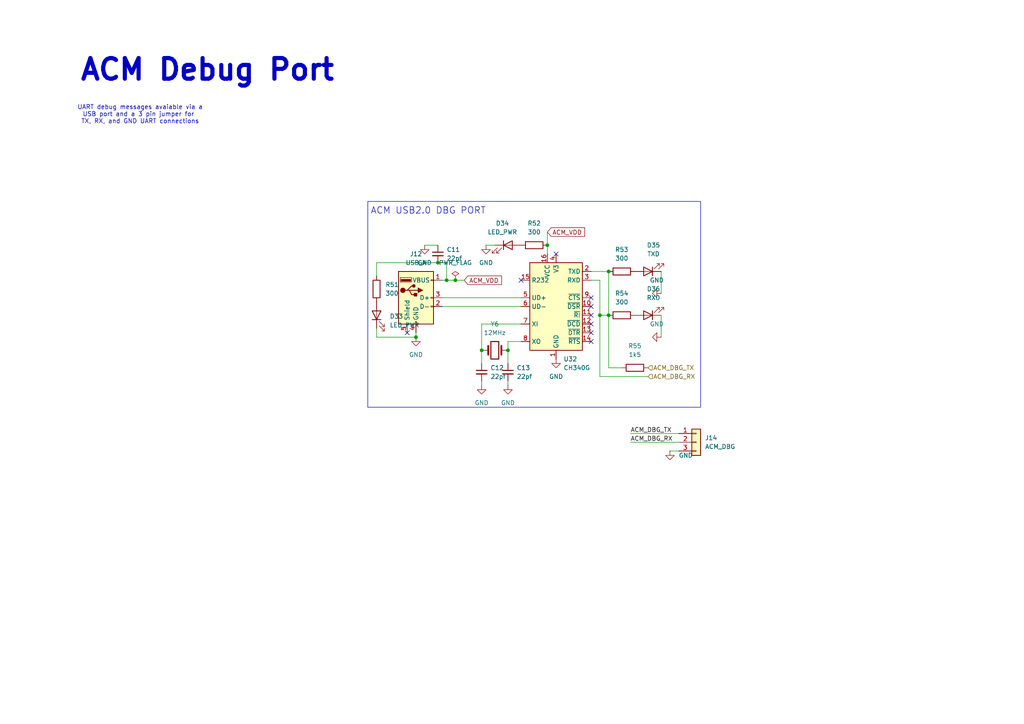
<source format=kicad_sch>
(kicad_sch (version 20250114) (generator "eeschema") (generator_version "9.0")
  (paper "A4")
  (title_block (date "2025-06") (rev "2"))
  (lib_symbols
    (symbol "Connector:USB_A" (pin_names (offset 1.016))
      (property "Reference" "J" (at -5.08 11.43 0))
      (property "Value" "USB_A" (at -5.08 8.89 0))
      (symbol "USB_A_0_1"
        (rectangle (start -5.08 -7.62) (end 5.08 7.62) (stroke (width 0.254)) (fill (type background)))
        (circle (center -3.81 2.159) (radius 0.635) (stroke (width 0.254)) (fill (type outline)))
        (polyline (pts (xy -3.175 2.159) (xy -2.54 2.159) (xy -1.27 3.429) (xy -0.635 3.429)) (stroke (width 0.254)))
        (polyline (pts (xy -2.54 2.159) (xy -1.905 2.159) (xy -1.27 0.889) (xy 0 0.889)) (stroke (width 0.254)))
        (rectangle (start -1.524 4.826) (end -4.318 5.334) (fill (type outline)))
        (rectangle (start -1.27 4.572) (end -4.572 5.842))
        (circle (center -0.635 3.429) (radius 0.381) (stroke (width 0.254)) (fill (type outline)))
        (rectangle (start -0.127 -7.62) (end 0.127 -6.858))
        (rectangle (start 0.254 1.27) (end -0.508 0.508) (stroke (width 0.254)) (fill (type outline)))
        (polyline (pts (xy 0.635 2.794) (xy 0.635 1.524) (xy 1.905 2.159) (xy 0.635 2.794)) (stroke (width 0.254)) (fill (type outline)))
        (rectangle (start 5.08 4.953) (end 4.318 5.207))
        (rectangle (start 5.08 -0.127) (end 4.318 0.127))
        (rectangle (start 5.08 -2.667) (end 4.318 -2.413))
      )
      (symbol "USB_A_1_1"
        (polyline (pts (xy -1.905 2.159) (xy 0.635 2.159)) (stroke (width 0.254)))
        (pin passive line (at -2.54 -10.16 90) (length 2.54) (name "Shield") (number "5"))
        (pin power_in line (at 0 -10.16 90) (length 2.54) (name "GND") (number "4"))
        (pin power_in line (at 7.62 5.08 180) (length 2.54) (name "VBUS") (number "1"))
        (pin bidirectional line (at 7.62 0 180) (length 2.54) (name "D+") (number "3"))
        (pin bidirectional line (at 7.62 -2.54 180) (length 2.54) (name "D-") (number "2"))
      )
    )
    (symbol "Connector_Generic:Conn_01x03" (pin_names (offset 1.016) (hide yes))
      (property "Reference" "J" (at 0 5.08 0))
      (property "Value" "Conn_01x03" (at 0 -5.08 0))
      (symbol "Conn_01x03_1_1"
        (rectangle (start -1.27 3.81) (end 1.27 -3.81) (stroke (width 0.254)) (fill (type background)))
        (rectangle (start -1.27 2.667) (end 0 2.413) (stroke (width 0.1524)))
        (rectangle (start -1.27 0.127) (end 0 -0.127) (stroke (width 0.1524)))
        (rectangle (start -1.27 -2.413) (end 0 -2.667) (stroke (width 0.1524)))
        (pin passive line (at -5.08 2.54 0) (length 3.81) (name "Pin_1") (number "1"))
        (pin passive line (at -5.08 0 0) (length 3.81) (name "Pin_2") (number "2"))
        (pin passive line (at -5.08 -2.54 0) (length 3.81) (name "Pin_3") (number "3"))
      )
    )
    (symbol "Device:C_Small" (pin_numbers (hide yes)) (pin_names (offset 0.254) (hide yes))
      (property "Reference" "C" (at 0.254 1.778 0))
      (property "Value" "C_Small" (at 0.254 -2.032 0))
      (symbol "C_Small_0_1"
        (polyline (pts (xy -1.524 0.508) (xy 1.524 0.508)) (stroke (width 0.3048)))
        (polyline (pts (xy -1.524 -0.508) (xy 1.524 -0.508)) (stroke (width 0.3302)))
      )
      (symbol "C_Small_1_1"
        (pin passive line (at 0 2.54 270) (length 2.032) (name "~") (number "1"))
        (pin passive line (at 0 -2.54 90) (length 2.032) (name "~") (number "2"))
      )
    )
    (symbol "Device:Crystal" (pin_numbers (hide yes)) (pin_names (offset 1.016) (hide yes))
      (property "Reference" "Y" (at 0 3.81 0))
      (property "Value" "Crystal" (at 0 -3.81 0))
      (symbol "Crystal_0_1"
        (polyline (pts (xy -2.54 0) (xy -1.905 0)))
        (polyline (pts (xy -1.905 -1.27) (xy -1.905 1.27)) (stroke (width 0.508)))
        (rectangle (start -1.143 2.54) (end 1.143 -2.54) (stroke (width 0.3048)))
        (polyline (pts (xy 1.905 -1.27) (xy 1.905 1.27)) (stroke (width 0.508)))
        (polyline (pts (xy 2.54 0) (xy 1.905 0)))
      )
      (symbol "Crystal_1_1"
        (pin passive line (at -3.81 0 0) (length 1.27) (name "1") (number "1"))
        (pin passive line (at 3.81 0 180) (length 1.27) (name "2") (number "2"))
      )
    )
    (symbol "Device:LED" (pin_numbers (hide yes)) (pin_names (offset 1.016) (hide yes))
      (property "Reference" "D" (at 0 2.54 0))
      (property "Value" "LED" (at 0 -2.54 0))
      (symbol "LED_0_1"
        (polyline (pts (xy -3.048 -0.762) (xy -4.572 -2.286) (xy -3.81 -2.286) (xy -4.572 -2.286) (xy -4.572 -1.524)))
        (polyline (pts (xy -1.778 -0.762) (xy -3.302 -2.286) (xy -2.54 -2.286) (xy -3.302 -2.286) (xy -3.302 -1.524)))
        (polyline (pts (xy -1.27 0) (xy 1.27 0)))
        (polyline (pts (xy -1.27 -1.27) (xy -1.27 1.27)) (stroke (width 0.254)))
        (polyline (pts (xy 1.27 -1.27) (xy 1.27 1.27) (xy -1.27 0) (xy 1.27 -1.27)) (stroke (width 0.254)))
      )
      (symbol "LED_1_1"
        (pin passive line (at -3.81 0 0) (length 2.54) (name "K") (number "1"))
        (pin passive line (at 3.81 0 180) (length 2.54) (name "A") (number "2"))
      )
    )
    (symbol "Device:R" (pin_numbers (hide yes)) (pin_names (offset 0))
      (property "Reference" "R" (at 2.032 0 90))
      (property "Value" "R" (at 0 0 90))
      (symbol "R_0_1"
        (rectangle (start -1.016 -2.54) (end 1.016 2.54) (stroke (width 0.254)))
      )
      (symbol "R_1_1"
        (pin passive line (at 0 3.81 270) (length 1.27) (name "~") (number "1"))
        (pin passive line (at 0 -3.81 90) (length 1.27) (name "~") (number "2"))
      )
    )
    (symbol "Interface_USB:CH340G"
      (property "Reference" "U" (at -5.08 13.97 0))
      (property "Value" "CH340G" (at 1.27 13.97 0))
      (symbol "CH340G_0_1"
        (rectangle (start -7.62 12.7) (end 7.62 -12.7) (stroke (width 0.254)) (fill (type background)))
      )
      (symbol "CH340G_1_1"
        (pin input line (at -10.16 7.62 0) (length 2.54) (name "R232") (number "15"))
        (pin bidirectional line (at -10.16 2.54 0) (length 2.54) (name "UD+") (number "5"))
        (pin bidirectional line (at -10.16 0 0) (length 2.54) (name "UD-") (number "6"))
        (pin input line (at -10.16 -5.08 0) (length 2.54) (name "XI") (number "7"))
        (pin output line (at -10.16 -10.16 0) (length 2.54) (name "XO") (number "8"))
        (pin power_in line (at -2.54 15.24 270) (length 2.54) (name "VCC") (number "16"))
        (pin power_out line (at 0 15.24 270) (length 2.54) (name "V3") (number "4"))
        (pin power_in line (at 0 -15.24 90) (length 2.54) (name "GND") (number "1"))
        (pin output line (at 10.16 10.16 180) (length 2.54) (name "TXD") (number "2"))
        (pin input line (at 10.16 7.62 180) (length 2.54) (name "RXD") (number "3"))
        (pin input line (at 10.16 2.54 180) (length 2.54) (name "~{CTS}") (number "9"))
        (pin input line (at 10.16 0 180) (length 2.54) (name "~{DSR}") (number "10"))
        (pin input line (at 10.16 -2.54 180) (length 2.54) (name "~{RI}") (number "11"))
        (pin input line (at 10.16 -5.08 180) (length 2.54) (name "~{DCD}") (number "12"))
        (pin output line (at 10.16 -7.62 180) (length 2.54) (name "~{DTR}") (number "13"))
        (pin output line (at 10.16 -10.16 180) (length 2.54) (name "~{RTS}") (number "14"))
      )
    )
    (symbol "power:GND" (power) (pin_numbers (hide yes)) (pin_names (offset 0) (hide yes))
      (property "Value" "GND" (at 0 -3.81 0))
      (symbol "GND_0_1"
        (polyline (pts (xy 0 0) (xy 0 -1.27) (xy 1.27 -1.27) (xy 0 -2.54) (xy -1.27 -1.27) (xy 0 -1.27)))
      )
      (symbol "GND_1_1"
        (pin power_in line (at 0 0 270) (length 0) (name "~") (number "1"))
      )
    )
    (symbol "power:PWR_FLAG" (power) (pin_numbers (hide yes)) (pin_names (offset 0) (hide yes))
      (property "Value" "PWR_FLAG" (at 0 3.81 0))
      (symbol "PWR_FLAG_0_0"
        (pin power_out line (at 0 0 90) (length 0) (name "~") (number "1"))
      )
      (symbol "PWR_FLAG_0_1"
        (polyline (pts (xy 0 0) (xy 0 1.27) (xy -1.016 1.905) (xy 0 2.54) (xy 1.016 1.905) (xy 0 1.27)))
      )
    )
  )
  (rectangle (start 106.68 58.42) (end 203.2 118.11))
  (text "ACM USB2.0 DBG PORT" (at 124.206 61.214 0) (effects (font (size 1.905 1.905))))
  (text "UART debug messages avaiable via a\nUSB port and a 3 pin jumper for \nTX, RX, and GND UART connections" (at 40.64 33.274 0) (effects (font (size 1.27 1.27))))
  (text "ACM Debug Port" (at 22.86 23.876 0) (effects (font (size 5.9944 5.9944) (thickness 1.1989) (bold yes)) (justify left bottom)))
  (junction (at 129.54 81.28))
  (junction (at 176.53 78.74))
  (junction (at 173.99 91.44))
  (junction (at 158.75 71.12))
  (junction (at 127 76.2))
  (junction (at 120.65 97.79))
  (junction (at 147.32 101.6))
  (junction (at 176.53 91.44))
  (junction (at 139.7 101.6))
  (junction (at 132.08 81.28))
  (no_connect (at 118.11 96.52))
  (no_connect (at 171.45 91.44))
  (no_connect (at 161.29 73.66))
  (no_connect (at 171.45 86.36))
  (no_connect (at 171.45 99.06))
  (no_connect (at 171.45 93.98))
  (no_connect (at 151.13 81.28))
  (no_connect (at 171.45 96.52))
  (no_connect (at 171.45 88.9))
  (wire (pts (xy 140.97 71.12) (xy 143.51 71.12)))
  (wire (pts (xy 191.77 91.44) (xy 191.77 97.79)))
  (wire (pts (xy 123.19 71.12) (xy 127 71.12)))
  (wire (pts (xy 128.27 86.36) (xy 151.13 86.36)))
  (wire (pts (xy 129.54 76.2) (xy 127 76.2)))
  (wire (pts (xy 191.77 78.74) (xy 191.77 85.09)))
  (wire (pts (xy 109.22 97.79) (xy 109.22 95.25)))
  (wire (pts (xy 128.27 88.9) (xy 151.13 88.9)))
  (wire (pts (xy 120.65 97.79) (xy 109.22 97.79)))
  (wire (pts (xy 173.99 109.22) (xy 187.96 109.22)))
  (wire (pts (xy 147.32 110.49) (xy 147.32 111.76)))
  (wire (pts (xy 173.99 91.44) (xy 176.53 91.44)))
  (wire (pts (xy 129.54 81.28) (xy 132.08 81.28)))
  (wire (pts (xy 171.45 78.74) (xy 176.53 78.74)))
  (wire (pts (xy 173.99 81.28) (xy 173.99 91.44)))
  (wire (pts (xy 147.32 101.6) (xy 147.32 105.41)))
  (wire (pts (xy 194.31 130.81) (xy 196.85 130.81)))
  (wire (pts (xy 182.88 125.73) (xy 196.85 125.73)))
  (wire (pts (xy 182.88 128.27) (xy 196.85 128.27)))
  (wire (pts (xy 127 76.2) (xy 109.22 76.2)))
  (wire (pts (xy 147.32 99.06) (xy 147.32 101.6)))
  (wire (pts (xy 129.54 76.2) (xy 129.54 81.28)))
  (wire (pts (xy 171.45 81.28) (xy 173.99 81.28)))
  (wire (pts (xy 158.75 71.12) (xy 158.75 73.66)))
  (wire (pts (xy 109.22 76.2) (xy 109.22 80.01)))
  (wire (pts (xy 139.7 101.6) (xy 139.7 105.41)))
  (wire (pts (xy 139.7 110.49) (xy 139.7 111.76)))
  (wire (pts (xy 173.99 91.44) (xy 173.99 109.22)))
  (wire (pts (xy 176.53 78.74) (xy 176.53 91.44)))
  (wire (pts (xy 158.75 67.31) (xy 158.75 71.12)))
  (wire (pts (xy 132.08 81.28) (xy 134.62 81.28)))
  (wire (pts (xy 176.53 91.44) (xy 176.53 106.68)))
  (wire (pts (xy 147.32 99.06) (xy 151.13 99.06)))
  (wire (pts (xy 139.7 93.98) (xy 139.7 101.6)))
  (wire (pts (xy 139.7 93.98) (xy 151.13 93.98)))
  (wire (pts (xy 129.54 81.28) (xy 128.27 81.28)))
  (wire (pts (xy 120.65 97.79) (xy 120.65 96.52)))
  (wire (pts (xy 176.53 106.68) (xy 180.34 106.68)))
  (label "ACM_DBG_RX" (at 182.88 128.27 0))
  (label "ACM_DBG_TX" (at 182.88 125.73 0))
  (global_label "ACM_VDD" (shape input) (at 134.62 81.28 0) (property "Intersheetrefs" "${INTERSHEET_REFS}" (effects (hide yes))))
  (global_label "ACM_VDD" (shape input) (at 158.75 67.31 0) (property "Intersheetrefs" "${INTERSHEET_REFS}" (effects (hide yes))))
  (hierarchical_label "ACM_DBG_RX" (shape input) (at 187.96 109.22 0))
  (hierarchical_label "ACM_DBG_TX" (shape input) (at 187.96 106.68 0))
  (symbol (lib_id "Device:C_Small") (at 139.7 107.95 0) (unit 1)
    (property "Reference" "C12" (at 142.24 106.6862 0) (effects (justify left)))
    (property "Value" "22pf" (at 142.24 109.2262 0) (effects (justify left)))
    (property "Footprint" "Capacitor_SMD:C_0805_2012Metric" (effects (hide yes)))
    (property "Description" "Unpolarized capacitor, small symbol" (effects (hide yes)))
  )
  (symbol (lib_id "power:GND") (at 191.77 85.09 270) (mirror x) (unit 1)
    (property "Reference" "#PWR0153" (effects (hide yes)))
    (property "Value" "GND" (at 190.5 81.28 90))
    (property "Description" "Power symbol creates a global label with name \"GND\" , ground" (effects (hide yes)))
  )
  (symbol (lib_id "Connector:USB_A") (at 120.65 86.36 0) (unit 1)
    (property "Reference" "J12" (at 120.65 73.66 0))
    (property "Value" "USB_A" (at 120.65 76.2 0))
    (property "Footprint" "Connector_USB:USB_A_CNCTech_1001-011-01101_Horizontal" (effects (hide yes)))
    (property "Description" "USB Type A connector" (effects (hide yes)))
  )
  (symbol (lib_id "Connector_Generic:Conn_01x03") (at 201.93 128.27 0) (unit 1)
    (property "Reference" "J14" (at 204.47 126.9999 0) (effects (justify left)))
    (property "Value" "ACM_DBG" (at 204.47 129.5399 0) (effects (justify left)))
    (property "Footprint" "Connector_PinHeader_1.00mm:PinHeader_1x03_P1.00mm_Horizontal" (effects (hide yes)))
    (property "Description" "Generic connector, single row, 01x03, script generated (kicad-library-utils/schlib/autogen/connector/)" (effects (hide yes)))
  )
  (symbol (lib_id "power:GND") (at 120.65 97.79 0) (unit 1)
    (property "Reference" "#PWR069" (effects (hide yes)))
    (property "Value" "GND" (at 120.65 102.87 0))
    (property "Description" "Power symbol creates a global label with name \"GND\" , ground" (effects (hide yes)))
  )
  (symbol (lib_id "Device:Crystal") (at 143.51 101.6 0) (unit 1)
    (property "Reference" "Y6" (at 143.51 93.98 0))
    (property "Value" "12MHz" (at 143.51 96.52 0))
    (property "Footprint" "Crystal:Crystal_C26-LF_D2.1mm_L6.5mm_Horizontal" (effects (hide yes)))
    (property "Description" "Two pin crystal" (effects (hide yes)))
  )
  (symbol (lib_id "power:GND") (at 140.97 71.12 0) (mirror y) (unit 1)
    (property "Reference" "#PWR0150" (effects (hide yes)))
    (property "Value" "GND" (at 140.97 76.2 0))
    (property "Description" "Power symbol creates a global label with name \"GND\" , ground" (effects (hide yes)))
  )
  (symbol (lib_id "power:GND") (at 194.31 130.81 0) (unit 1)
    (property "Reference" "#PWR082" (effects (hide yes)))
    (property "Value" "GND" (at 196.85 132.0799 0) (effects (justify left)))
    (property "Description" "Power symbol creates a global label with name \"GND\" , ground" (effects (hide yes)))
  )
  (symbol (lib_id "power:GND") (at 147.32 111.76 0) (mirror y) (unit 1)
    (property "Reference" "#PWR0151" (effects (hide yes)))
    (property "Value" "GND" (at 147.32 116.84 0))
    (property "Description" "Power symbol creates a global label with name \"GND\" , ground" (effects (hide yes)))
  )
  (symbol (lib_id "power:GND") (at 139.7 111.76 0) (mirror y) (unit 1)
    (property "Reference" "#PWR0149" (effects (hide yes)))
    (property "Value" "GND" (at 139.7 116.84 0))
    (property "Description" "Power symbol creates a global label with name \"GND\" , ground" (effects (hide yes)))
  )
  (symbol (lib_id "Device:LED") (at 187.96 91.44 180) (unit 1)
    (property "Reference" "D36" (at 189.5475 83.82 0))
    (property "Value" "RXD" (at 189.5475 86.36 0))
    (property "Footprint" "LED_SMD:LED_0603_1608Metric" (effects (hide yes)))
    (property "Description" "Light emitting diode" (effects (hide yes)))
    (property "Sim.Pins" "1=K 2=A" (effects (hide yes)))
  )
  (symbol (lib_id "power:PWR_FLAG") (at 132.08 81.28 0) (unit 1)
    (property "Reference" "#FLG04" (effects (hide yes)))
    (property "Value" "PWR_FLAG" (at 132.08 76.2 0))
    (property "Description" "Special symbol for telling ERC where power comes from" (effects (hide yes)))
  )
  (symbol (lib_id "Interface_USB:CH340G") (at 161.29 88.9 0) (unit 1)
    (property "Reference" "U32" (at 163.4333 104.14 0) (effects (justify left)))
    (property "Value" "CH340G" (at 163.4333 106.68 0) (effects (justify left)))
    (property "Footprint" "Package_SO:SOIC-16_3.9x9.9mm_P1.27mm" (effects (hide yes)))
    (property "Datasheet" "http://www.datasheet5.com/pdf-local-2195953" (effects (hide yes)))
    (property "Description" "USB serial converter, UART, SOIC-16" (effects (hide yes)))
  )
  (symbol (lib_id "Device:C_Small") (at 147.32 107.95 0) (unit 1)
    (property "Reference" "C13" (at 149.86 106.6862 0) (effects (justify left)))
    (property "Value" "22pf" (at 149.86 109.2262 0) (effects (justify left)))
    (property "Footprint" "Capacitor_SMD:C_0805_2012Metric" (effects (hide yes)))
    (property "Description" "Unpolarized capacitor, small symbol" (effects (hide yes)))
  )
  (symbol (lib_id "Device:R") (at 154.94 71.12 90) (unit 1)
    (property "Reference" "R52" (at 154.94 64.77 90))
    (property "Value" "300" (at 154.94 67.31 90))
    (property "Footprint" "Resistor_SMD:R_0805_2012Metric_Pad1.20x1.40mm_HandSolder" (effects (hide yes)))
    (property "Description" "Resistor" (effects (hide yes)))
    (property "DigiKey_Part_Number" "311-10.0KCRCT-ND" (effects (hide yes)))
    (property "Price" "0.0129" (effects (hide yes)))
  )
  (symbol (lib_id "Device:R") (at 180.34 91.44 90) (unit 1)
    (property "Reference" "R54" (at 180.34 85.09 90))
    (property "Value" "300" (at 180.34 87.63 90))
    (property "Footprint" "Resistor_SMD:R_0805_2012Metric_Pad1.20x1.40mm_HandSolder" (effects (hide yes)))
    (property "Description" "Resistor" (effects (hide yes)))
    (property "DigiKey_Part_Number" "311-10.0KCRCT-ND" (effects (hide yes)))
    (property "Price" "0.0129" (effects (hide yes)))
  )
  (symbol (lib_id "Device:R") (at 180.34 78.74 90) (unit 1)
    (property "Reference" "R53" (at 180.34 72.39 90))
    (property "Value" "300" (at 180.34 74.93 90))
    (property "Footprint" "Resistor_SMD:R_0805_2012Metric_Pad1.20x1.40mm_HandSolder" (effects (hide yes)))
    (property "Description" "Resistor" (effects (hide yes)))
    (property "DigiKey_Part_Number" "311-10.0KCRCT-ND" (effects (hide yes)))
    (property "Price" "0.0129" (effects (hide yes)))
  )
  (symbol (lib_id "power:GND") (at 161.29 104.14 0) (mirror y) (unit 1)
    (property "Reference" "#PWR0152" (effects (hide yes)))
    (property "Value" "GND" (at 161.29 109.22 0))
    (property "Description" "Power symbol creates a global label with name \"GND\" , ground" (effects (hide yes)))
  )
  (symbol (lib_id "Device:R") (at 184.15 106.68 90) (unit 1)
    (property "Reference" "R55" (at 184.15 100.33 90))
    (property "Value" "1k5" (at 184.15 102.87 90))
    (property "Footprint" "Resistor_SMD:R_0805_2012Metric_Pad1.20x1.40mm_HandSolder" (effects (hide yes)))
    (property "Description" "Resistor" (effects (hide yes)))
    (property "DigiKey_Part_Number" "311-10.0KCRCT-ND" (effects (hide yes)))
    (property "Price" "0.0129" (effects (hide yes)))
  )
  (symbol (lib_id "power:GND") (at 123.19 71.12 0) (unit 1)
    (property "Reference" "#PWR0175" (effects (hide yes)))
    (property "Value" "GND" (at 123.19 76.2 0))
    (property "Description" "Power symbol creates a global label with name \"GND\" , ground" (effects (hide yes)))
  )
  (symbol (lib_id "Device:LED") (at 187.96 78.74 180) (unit 1)
    (property "Reference" "D35" (at 189.5475 71.12 0))
    (property "Value" "TXD" (at 189.5475 73.66 0))
    (property "Footprint" "LED_SMD:LED_0603_1608Metric" (effects (hide yes)))
    (property "Description" "Light emitting diode" (effects (hide yes)))
    (property "Sim.Pins" "1=K 2=A" (effects (hide yes)))
  )
  (symbol (lib_id "Device:LED") (at 109.22 91.44 90) (unit 1)
    (property "Reference" "D33" (at 113.03 91.7574 90) (effects (justify right)))
    (property "Value" "LED_PWR" (at 113.03 94.2974 90) (effects (justify right)))
    (property "Footprint" "LED_SMD:LED_0603_1608Metric" (effects (hide yes)))
    (property "Description" "Light emitting diode" (effects (hide yes)))
    (property "Sim.Pins" "1=K 2=A" (effects (hide yes)))
  )
  (symbol (lib_id "Device:LED") (at 147.32 71.12 0) (unit 1)
    (property "Reference" "D34" (at 145.7325 64.77 0))
    (property "Value" "LED_PWR" (at 145.7325 67.31 0))
    (property "Footprint" "LED_SMD:LED_0603_1608Metric" (effects (hide yes)))
    (property "Description" "Light emitting diode" (effects (hide yes)))
    (property "Sim.Pins" "1=K 2=A" (effects (hide yes)))
  )
  (symbol (lib_id "power:GND") (at 191.77 97.79 270) (mirror x) (unit 1)
    (property "Reference" "#PWR0154" (effects (hide yes)))
    (property "Value" "GND" (at 190.5 93.98 90))
    (property "Description" "Power symbol creates a global label with name \"GND\" , ground" (effects (hide yes)))
  )
  (symbol (lib_id "Device:R") (at 109.22 83.82 180) (unit 1)
    (property "Reference" "R51" (at 111.76 82.5499 0) (effects (justify right)))
    (property "Value" "300" (at 111.76 85.0899 0) (effects (justify right)))
    (property "Footprint" "Resistor_SMD:R_0805_2012Metric_Pad1.20x1.40mm_HandSolder" (effects (hide yes)))
    (property "Description" "Resistor" (effects (hide yes)))
    (property "DigiKey_Part_Number" "311-10.0KCRCT-ND" (effects (hide yes)))
    (property "Price" "0.0129" (effects (hide yes)))
  )
  (symbol (lib_id "Device:C_Small") (at 127 73.66 0) (unit 1)
    (property "Reference" "C11" (at 129.54 72.3962 0) (effects (justify left)))
    (property "Value" "22pf" (at 129.54 74.9362 0) (effects (justify left)))
    (property "Footprint" "Capacitor_SMD:C_0805_2012Metric" (effects (hide yes)))
    (property "Description" "Unpolarized capacitor, small symbol" (effects (hide yes)))
  )
)
</source>
